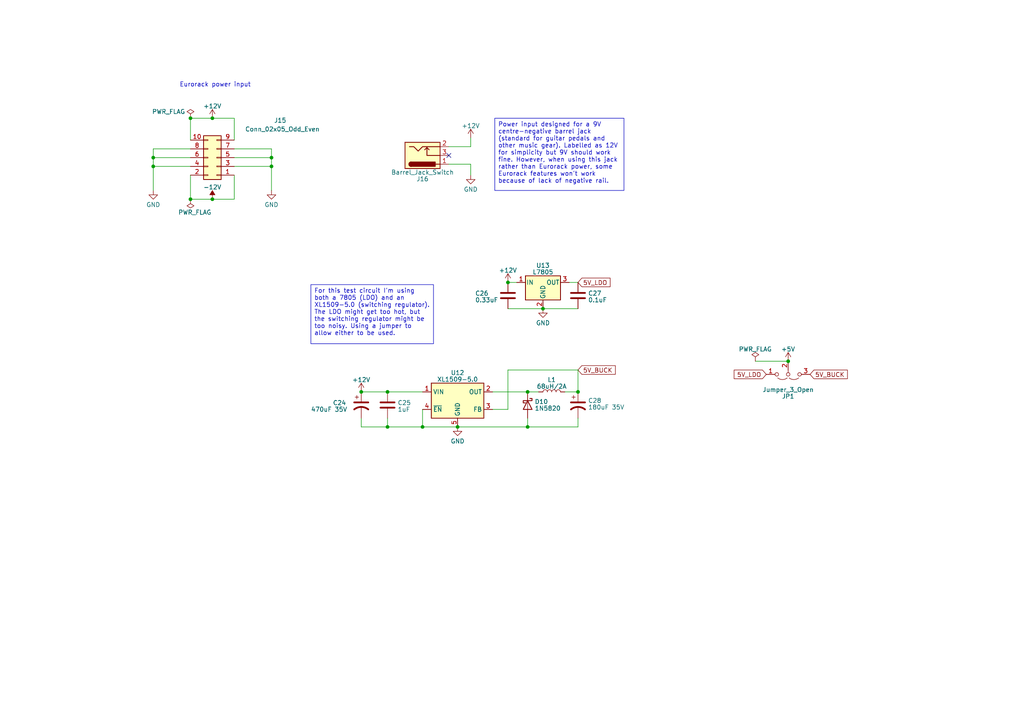
<source format=kicad_sch>
(kicad_sch (version 20230121) (generator eeschema)
  (paper "A4")
  (lib_symbols
    (symbol "Connector:Barrel_Jack_Switch" (pin_names hide)
      (property "Reference" "J" (at 0 5.334 0))
      (property "Value" "Barrel_Jack_Switch" (at 0 -5.08 0))
      (symbol "Barrel_Jack_Switch_0_1"
        (rectangle (start -5.08 3.81) (end 5.08 -3.81) (stroke (width 0.254)) (fill (type background)))
        (arc (start -3.302 3.175) (mid -3.9343 2.54) (end -3.302 1.905) (stroke (width 0.254)))
        (arc (start -3.302 3.175) (mid -3.9343 2.54) (end -3.302 1.905) (stroke (width 0.254)) (fill (type outline)))
        (polyline (pts (xy 1.27 -2.286) (xy 1.905 -1.651)) (stroke (width 0.254)))
        (polyline (pts (xy 5.08 2.54) (xy 3.81 2.54)) (stroke (width 0.254)))
        (polyline (pts (xy 5.08 0) (xy 1.27 0) (xy 1.27 -2.286) (xy 0.635 -1.651)) (stroke (width 0.254)))
        (polyline (pts (xy -3.81 -2.54) (xy -2.54 -2.54) (xy -1.27 -1.27) (xy 0 -2.54) (xy 2.54 -2.54) (xy 5.08 -2.54)) (stroke (width 0.254)))
        (rectangle (start 3.683 3.175) (end -3.302 1.905) (stroke (width 0.254)) (fill (type outline)))
      )
      (symbol "Barrel_Jack_Switch_1_1"
        (pin passive line (at 7.62 2.54 180) (length 2.54) (name "~") (number "1"))
        (pin passive line (at 7.62 -2.54 180) (length 2.54) (name "~") (number "2"))
        (pin passive line (at 7.62 0 180) (length 2.54) (name "~") (number "3"))
      )
    )
    (symbol "Connector_Generic:Conn_02x05_Odd_Even" (pin_names (offset 1.016) hide)
      (property "Reference" "J" (at 1.27 7.62 0))
      (property "Value" "Conn_02x05_Odd_Even" (at 1.27 -7.62 0))
      (symbol "Conn_02x05_Odd_Even_1_1"
        (rectangle (start -1.27 -4.953) (end 0 -5.207) (stroke (width 0.1524)))
        (rectangle (start -1.27 -2.413) (end 0 -2.667) (stroke (width 0.1524)))
        (rectangle (start -1.27 0.127) (end 0 -0.127) (stroke (width 0.1524)))
        (rectangle (start -1.27 2.667) (end 0 2.413) (stroke (width 0.1524)))
        (rectangle (start -1.27 5.207) (end 0 4.953) (stroke (width 0.1524)))
        (rectangle (start -1.27 6.35) (end 3.81 -6.35) (stroke (width 0.254)) (fill (type background)))
        (rectangle (start 3.81 -4.953) (end 2.54 -5.207) (stroke (width 0.1524)))
        (rectangle (start 3.81 -2.413) (end 2.54 -2.667) (stroke (width 0.1524)))
        (rectangle (start 3.81 0.127) (end 2.54 -0.127) (stroke (width 0.1524)))
        (rectangle (start 3.81 2.667) (end 2.54 2.413) (stroke (width 0.1524)))
        (rectangle (start 3.81 5.207) (end 2.54 4.953) (stroke (width 0.1524)))
        (pin passive line (at -5.08 5.08 0) (length 3.81) (name "Pin_1") (number "1"))
        (pin passive line (at 7.62 -5.08 180) (length 3.81) (name "Pin_10") (number "10"))
        (pin passive line (at 7.62 5.08 180) (length 3.81) (name "Pin_2") (number "2"))
        (pin passive line (at -5.08 2.54 0) (length 3.81) (name "Pin_3") (number "3"))
        (pin passive line (at 7.62 2.54 180) (length 3.81) (name "Pin_4") (number "4"))
        (pin passive line (at -5.08 0 0) (length 3.81) (name "Pin_5") (number "5"))
        (pin passive line (at 7.62 0 180) (length 3.81) (name "Pin_6") (number "6"))
        (pin passive line (at -5.08 -2.54 0) (length 3.81) (name "Pin_7") (number "7"))
        (pin passive line (at 7.62 -2.54 180) (length 3.81) (name "Pin_8") (number "8"))
        (pin passive line (at -5.08 -5.08 0) (length 3.81) (name "Pin_9") (number "9"))
      )
    )
    (symbol "Device:C" (pin_numbers hide) (pin_names (offset 0.254))
      (property "Reference" "C" (at 0.635 2.54 0))
      (property "Value" "C" (at 0.635 -2.54 0))
      (symbol "C_0_1"
        (polyline (pts (xy -2.032 -0.762) (xy 2.032 -0.762)) (stroke (width 0.508)))
        (polyline (pts (xy -2.032 0.762) (xy 2.032 0.762)) (stroke (width 0.508)))
      )
      (symbol "C_1_1"
        (pin passive line (at 0 3.81 270) (length 2.794) (name "~") (number "1"))
        (pin passive line (at 0 -3.81 90) (length 2.794) (name "~") (number "2"))
      )
    )
    (symbol "Device:C_Polarized_US" (pin_numbers hide) (pin_names (offset 0.254) hide)
      (property "Reference" "C" (at 0.635 2.54 0))
      (property "Value" "C_Polarized_US" (at 0.635 -2.54 0))
      (symbol "C_Polarized_US_0_1"
        (polyline (pts (xy -2.032 0.762) (xy 2.032 0.762)) (stroke (width 0.508)))
        (polyline (pts (xy -1.778 2.286) (xy -0.762 2.286)))
        (polyline (pts (xy -1.27 1.778) (xy -1.27 2.794)))
        (arc (start 2.032 -1.27) (mid 0 -0.5572) (end -2.032 -1.27) (stroke (width 0.508)))
      )
      (symbol "C_Polarized_US_1_1"
        (pin passive line (at 0 3.81 270) (length 2.794) (name "~") (number "1"))
        (pin passive line (at 0 -3.81 90) (length 3.302) (name "~") (number "2"))
      )
    )
    (symbol "Device:L" (pin_numbers hide) (pin_names (offset 1.016) hide)
      (property "Reference" "L" (at -1.27 0 90))
      (property "Value" "L" (at 1.905 0 90))
      (symbol "L_0_1"
        (arc (start 0 -2.54) (mid 0.6323 -1.905) (end 0 -1.27))
        (arc (start 0 -1.27) (mid 0.6323 -0.635) (end 0 0))
        (arc (start 0 0) (mid 0.6323 0.635) (end 0 1.27))
        (arc (start 0 1.27) (mid 0.6323 1.905) (end 0 2.54))
      )
      (symbol "L_1_1"
        (pin passive line (at 0 3.81 270) (length 1.27) (name "1") (number "1"))
        (pin passive line (at 0 -3.81 90) (length 1.27) (name "2") (number "2"))
      )
    )
    (symbol "Diode:1N5820" (pin_numbers hide) (pin_names (offset 1.016) hide)
      (property "Reference" "D" (at 0 2.54 0))
      (property "Value" "1N5820" (at 0 -2.54 0))
      (symbol "1N5820_0_1"
        (polyline (pts (xy 1.27 0) (xy -1.27 0)))
        (polyline (pts (xy 1.27 1.27) (xy 1.27 -1.27) (xy -1.27 0) (xy 1.27 1.27)) (stroke (width 0.254)))
        (polyline (pts (xy -1.905 0.635) (xy -1.905 1.27) (xy -1.27 1.27) (xy -1.27 -1.27) (xy -0.635 -1.27) (xy -0.635 -0.635)) (stroke (width 0.254)))
      )
      (symbol "1N5820_1_1"
        (pin passive line (at -3.81 0 0) (length 2.54) (name "K") (number "1"))
        (pin passive line (at 3.81 0 180) (length 2.54) (name "A") (number "2"))
      )
    )
    (symbol "Jumper:Jumper_3_Open" (pin_names (offset 0) hide)
      (property "Reference" "JP" (at -2.54 -2.54 0))
      (property "Value" "Jumper_3_Open" (at 0 2.794 0))
      (symbol "Jumper_3_Open_0_0"
        (circle (center -3.302 0) (radius 0.508))
        (circle (center 0 0) (radius 0.508))
        (circle (center 3.302 0) (radius 0.508))
      )
      (symbol "Jumper_3_Open_0_1"
        (arc (start -0.254 1.016) (mid -1.651 1.4992) (end -3.048 1.016))
        (polyline (pts (xy 0 -0.508) (xy 0 -1.27)))
        (arc (start 3.048 1.016) (mid 1.651 1.4992) (end 0.254 1.016))
      )
      (symbol "Jumper_3_Open_1_1"
        (pin passive line (at -6.35 0 0) (length 2.54) (name "A") (number "1"))
        (pin passive line (at 0 -3.81 90) (length 2.54) (name "C") (number "2"))
        (pin passive line (at 6.35 0 180) (length 2.54) (name "B") (number "3"))
      )
    )
    (symbol "Regulator_Linear:L7805" (pin_names (offset 0.254))
      (property "Reference" "U" (at -3.81 3.175 0))
      (property "Value" "L7805" (at 0 3.175 0))
      (symbol "L7805_0_1"
        (rectangle (start -5.08 1.905) (end 5.08 -5.08) (stroke (width 0.254)) (fill (type background)))
      )
      (symbol "L7805_1_1"
        (pin power_in line (at -7.62 0 0) (length 2.54) (name "IN") (number "1"))
        (pin power_in line (at 0 -7.62 90) (length 2.54) (name "GND") (number "2"))
        (pin power_out line (at 7.62 0 180) (length 2.54) (name "OUT") (number "3"))
      )
    )
    (symbol "Regulator_Switching:XL1509-5.0"
      (property "Reference" "U" (at -7.112 6.096 0))
      (property "Value" "XL1509-5.0" (at 5.842 6.096 0))
      (symbol "XL1509-5.0_0_1"
        (rectangle (start -7.62 5.08) (end 7.62 -5.08) (stroke (width 0.254)) (fill (type background)))
      )
      (symbol "XL1509-5.0_1_1"
        (pin power_in line (at -10.16 2.54 0) (length 2.54) (name "VIN") (number "1"))
        (pin power_out line (at 10.16 2.54 180) (length 2.54) (name "OUT") (number "2"))
        (pin input line (at 10.16 -2.54 180) (length 2.54) (name "FB") (number "3"))
        (pin input line (at -10.16 -2.54 0) (length 2.54) (name "~{EN}") (number "4"))
        (pin power_in line (at 0 -7.62 90) (length 2.54) (name "GND") (number "5"))
        (pin passive line (at 0 -7.62 90) (length 2.54) hide (name "GND") (number "6"))
        (pin passive line (at 0 -7.62 90) (length 2.54) hide (name "GND") (number "7"))
        (pin passive line (at 0 -7.62 90) (length 2.54) hide (name "GND") (number "8"))
      )
    )
    (symbol "power:+12V" (power) (pin_names (offset 0))
      (property "Value" "+12V" (at 0 3.556 0))
      (symbol "+12V_0_1"
        (polyline (pts (xy -0.762 1.27) (xy 0 2.54)))
        (polyline (pts (xy 0 0) (xy 0 2.54)))
        (polyline (pts (xy 0 2.54) (xy 0.762 1.27)))
      )
      (symbol "+12V_1_1"
        (pin power_in line (at 0 0 90) (length 0) hide (name "+12V") (number "1"))
      )
    )
    (symbol "power:+5V" (power) (pin_names (offset 0))
      (property "Value" "+5V" (at 0 3.556 0))
      (symbol "+5V_0_1"
        (polyline (pts (xy -0.762 1.27) (xy 0 2.54)))
        (polyline (pts (xy 0 0) (xy 0 2.54)))
        (polyline (pts (xy 0 2.54) (xy 0.762 1.27)))
      )
      (symbol "+5V_1_1"
        (pin power_in line (at 0 0 90) (length 0) hide (name "+5V") (number "1"))
      )
    )
    (symbol "power:-12V" (power) (pin_names (offset 0))
      (property "Value" "-12V" (at 0 3.81 0))
      (symbol "-12V_0_0"
        (pin power_in line (at 0 0 90) (length 0) hide (name "-12V") (number "1"))
      )
      (symbol "-12V_0_1"
        (polyline (pts (xy 0 0) (xy 0 1.27) (xy 0.762 1.27) (xy 0 2.54) (xy -0.762 1.27) (xy 0 1.27)) (fill (type outline)))
      )
    )
    (symbol "power:GND" (power) (pin_names (offset 0))
      (property "Value" "GND" (at 0 -3.81 0))
      (symbol "GND_0_1"
        (polyline (pts (xy 0 0) (xy 0 -1.27) (xy 1.27 -1.27) (xy 0 -2.54) (xy -1.27 -1.27) (xy 0 -1.27)))
      )
      (symbol "GND_1_1"
        (pin power_in line (at 0 0 270) (length 0) hide (name "GND") (number "1"))
      )
    )
    (symbol "power:PWR_FLAG" (power) (pin_numbers hide) (pin_names (offset 0) hide)
      (property "Value" "PWR_FLAG" (at 0 3.81 0))
      (symbol "PWR_FLAG_0_0"
        (pin power_out line (at 0 0 90) (length 0) (name "pwr") (number "1"))
      )
      (symbol "PWR_FLAG_0_1"
        (polyline (pts (xy 0 0) (xy 0 1.27) (xy -1.016 1.905) (xy 0 2.54) (xy 1.016 1.905) (xy 0 1.27)))
      )
    )
  )
  (junction (at 153.035 113.665))
  (junction (at 228.6 104.775))
  (junction (at 44.45 45.72))
  (junction (at 122.555 123.825))
  (junction (at 55.245 57.785))
  (junction (at 78.74 45.72))
  (junction (at 153.035 123.825))
  (junction (at 61.595 57.785))
  (junction (at 104.775 113.665))
  (junction (at 147.32 81.915))
  (junction (at 78.74 48.26))
  (junction (at 157.48 89.535))
  (junction (at 61.595 34.29))
  (junction (at 112.395 113.665))
  (junction (at 132.715 123.825))
  (junction (at 44.45 48.26))
  (junction (at 112.395 123.825))
  (junction (at 167.64 113.665))
  (junction (at 55.245 34.29))
  (no_connect (at 130.175 45.085))
  (wire (pts (xy 165.1 81.915) (xy 167.64 81.915)))
  (wire (pts (xy 112.395 113.665) (xy 122.555 113.665)))
  (wire (pts (xy 112.395 123.825) (xy 122.555 123.825)))
  (wire (pts (xy 147.32 107.315) (xy 147.32 118.745)))
  (wire (pts (xy 157.48 89.535) (xy 167.64 89.535)))
  (wire (pts (xy 55.245 50.8) (xy 55.245 57.785)))
  (wire (pts (xy 67.945 57.785) (xy 67.945 50.8)))
  (wire (pts (xy 153.035 113.665) (xy 156.21 113.665)))
  (wire (pts (xy 67.945 45.72) (xy 78.74 45.72)))
  (wire (pts (xy 44.45 43.18) (xy 44.45 45.72)))
  (wire (pts (xy 44.45 48.26) (xy 44.45 55.245)))
  (wire (pts (xy 167.64 113.665) (xy 167.64 107.315)))
  (wire (pts (xy 112.395 121.285) (xy 112.395 123.825)))
  (wire (pts (xy 61.595 57.785) (xy 67.945 57.785)))
  (wire (pts (xy 61.595 34.29) (xy 67.945 34.29)))
  (wire (pts (xy 167.64 107.315) (xy 147.32 107.315)))
  (wire (pts (xy 55.245 43.18) (xy 44.45 43.18)))
  (wire (pts (xy 78.74 45.72) (xy 78.74 48.26)))
  (wire (pts (xy 130.175 42.545) (xy 136.525 42.545)))
  (wire (pts (xy 104.775 121.285) (xy 104.775 123.825)))
  (wire (pts (xy 219.075 104.775) (xy 228.6 104.775)))
  (wire (pts (xy 55.245 40.64) (xy 55.245 34.29)))
  (wire (pts (xy 136.525 47.625) (xy 136.525 50.8)))
  (wire (pts (xy 163.83 113.665) (xy 167.64 113.665)))
  (wire (pts (xy 136.525 42.545) (xy 136.525 40.005)))
  (wire (pts (xy 78.74 48.26) (xy 78.74 55.245)))
  (wire (pts (xy 122.555 123.825) (xy 132.715 123.825)))
  (wire (pts (xy 147.32 81.915) (xy 149.86 81.915)))
  (wire (pts (xy 78.74 43.18) (xy 78.74 45.72)))
  (wire (pts (xy 104.775 113.665) (xy 112.395 113.665)))
  (wire (pts (xy 122.555 118.745) (xy 122.555 123.825)))
  (wire (pts (xy 44.45 45.72) (xy 44.45 48.26)))
  (wire (pts (xy 153.035 123.825) (xy 167.64 123.825)))
  (wire (pts (xy 130.175 47.625) (xy 136.525 47.625)))
  (wire (pts (xy 67.945 48.26) (xy 78.74 48.26)))
  (wire (pts (xy 55.245 45.72) (xy 44.45 45.72)))
  (wire (pts (xy 147.32 89.535) (xy 157.48 89.535)))
  (wire (pts (xy 55.245 57.785) (xy 61.595 57.785)))
  (wire (pts (xy 153.035 123.825) (xy 153.035 121.285)))
  (wire (pts (xy 147.32 118.745) (xy 142.875 118.745)))
  (wire (pts (xy 67.945 43.18) (xy 78.74 43.18)))
  (wire (pts (xy 55.245 48.26) (xy 44.45 48.26)))
  (wire (pts (xy 104.775 123.825) (xy 112.395 123.825)))
  (wire (pts (xy 132.715 123.825) (xy 153.035 123.825)))
  (wire (pts (xy 167.64 123.825) (xy 167.64 121.285)))
  (wire (pts (xy 67.945 34.29) (xy 67.945 40.64)))
  (wire (pts (xy 142.875 113.665) (xy 153.035 113.665)))
  (wire (pts (xy 55.245 34.29) (xy 61.595 34.29)))
  (text_box "For this test circuit I'm using both a 7805 (LDO) and an XL1509-5.0 (switching regulator). The LDO might get too hot, but the switching regulator might be too noisy. Using a jumper to allow either to be used." (at 90.17 82.55 0) (size 35.56 17.145) (effects (font (size 1.27 1.27)) (justify left top)))
  (text_box "Power input designed for a 9V centre-negative barrel jack (standard for guitar pedals and other music gear). Labelled as 12V for simplicity but 9V should work fine. However, when using this jack rather than Eurorack power, some Eurorack features won't work because of lack of negative rail." (at 143.51 34.29 0) (size 37.465 20.955) (effects (font (size 1.27 1.27)) (justify left top)))
  (text "Eurorack power input" (at 52.07 25.4 0) (effects (font (size 1.27 1.27)) (justify left bottom)))
  (global_label "5V_LDO" (shape input) (at 222.25 108.585 180) (property "Intersheetrefs" "${INTERSHEET_REFS}" (effects hide)))
  (global_label "5V_BUCK" (shape input) (at 167.64 107.315 0) (property "Intersheetrefs" "${INTERSHEET_REFS}" (effects hide)))
  (global_label "5V_LDO" (shape input) (at 167.64 81.915 0) (property "Intersheetrefs" "${INTERSHEET_REFS}" (effects hide)))
  (global_label "5V_BUCK" (shape input) (at 234.95 108.585 0) (property "Intersheetrefs" "${INTERSHEET_REFS}" (effects hide)))
  (symbol (lib_id "power:PWR_FLAG") (at 219.075 104.775 0) (unit 1)
    (property "Reference" "#FLG05" (effects hide))
    (property "Value" "PWR_FLAG" (at 219.075 101.2731 0))
  )
  (symbol (lib_id "Device:C_Polarized_US") (at 104.775 117.475 0) (unit 1)
    (property "Reference" "C24" (at 96.52 116.84 0) (effects (justify left)))
    (property "Value" "470uF 35V" (at 90.17 118.745 0) (effects (justify left)))
  )
  (symbol (lib_id "power:+12V") (at 147.32 81.915 0) (unit 1)
    (property "Reference" "#PWR061" (effects hide))
    (property "Value" "+12V" (at 147.32 78.4131 0))
  )
  (symbol (lib_id "Device:C") (at 112.395 117.475 0) (unit 1)
    (property "Reference" "C25" (at 115.316 116.8313 0) (effects (justify left)))
    (property "Value" "1uF" (at 115.316 118.7523 0) (effects (justify left)))
  )
  (symbol (lib_id "Device:C") (at 167.64 85.725 0) (unit 1)
    (property "Reference" "C27" (at 170.561 85.0813 0) (effects (justify left)))
    (property "Value" "0.1uF" (at 170.561 87.0023 0) (effects (justify left)))
  )
  (symbol (lib_id "power:GND") (at 44.45 55.245 0) (mirror y) (unit 1)
    (property "Reference" "#PWR055" (effects hide))
    (property "Value" "GND" (at 44.45 59.3805 0))
  )
  (symbol (lib_id "power:+5V") (at 228.6 104.775 0) (unit 1)
    (property "Reference" "#PWR063" (effects hide))
    (property "Value" "+5V" (at 228.6 101.2731 0))
  )
  (symbol (lib_id "Connector_Generic:Conn_02x05_Odd_Even") (at 62.865 45.72 180) (unit 1)
    (property "Reference" "J15" (at 81.28 34.925 0))
    (property "Value" "Conn_02x05_Odd_Even" (at 81.915 37.465 0))
  )
  (symbol (lib_id "power:GND") (at 78.74 55.245 0) (unit 1)
    (property "Reference" "#PWR058" (effects hide))
    (property "Value" "GND" (at 78.74 59.3805 0))
  )
  (symbol (lib_id "Device:L") (at 160.02 113.665 90) (unit 1)
    (property "Reference" "L1" (at 160.02 110.1497 90))
    (property "Value" "68uH/2A" (at 160.02 112.0707 90))
  )
  (symbol (lib_id "Connector:Barrel_Jack_Switch") (at 122.555 45.085 0) (mirror x) (unit 1)
    (property "Reference" "J16" (at 122.555 51.9049 0))
    (property "Value" "Barrel_Jack_Switch" (at 122.555 49.9839 0))
  )
  (symbol (lib_id "power:PWR_FLAG") (at 55.245 57.785 0) (mirror x) (unit 1)
    (property "Reference" "#FLG04" (effects hide))
    (property "Value" "PWR_FLAG" (at 56.515 61.595 0))
  )
  (symbol (lib_id "power:PWR_FLAG") (at 55.245 34.29 0) (unit 1)
    (property "Reference" "#FLG03" (effects hide))
    (property "Value" "PWR_FLAG" (at 48.895 32.385 0))
  )
  (symbol (lib_id "power:+12V") (at 104.775 113.665 0) (unit 1)
    (property "Reference" "#PWR059" (effects hide))
    (property "Value" "+12V" (at 104.775 110.1631 0))
  )
  (symbol (lib_id "power:+12V") (at 61.595 34.29 0) (unit 1)
    (property "Reference" "#PWR056" (effects hide))
    (property "Value" "+12V" (at 61.595 30.7881 0))
  )
  (symbol (lib_id "Jumper:Jumper_3_Open") (at 228.6 108.585 0) (mirror x) (unit 1)
    (property "Reference" "JP1" (at 228.6 114.951 0))
    (property "Value" "Jumper_3_Open" (at 228.6 113.03 0))
  )
  (symbol (lib_id "Device:C") (at 147.32 85.725 0) (unit 1)
    (property "Reference" "C26" (at 137.795 85.09 0) (effects (justify left)))
    (property "Value" "0.33uF" (at 137.795 87.011 0) (effects (justify left)))
  )
  (symbol (lib_id "Regulator_Linear:L7805") (at 157.48 81.915 0) (unit 1)
    (property "Reference" "U13" (at 157.48 77.0001 0))
    (property "Value" "L7805" (at 157.48 78.9211 0))
    (property "Datasheet" "http://www.st.com/content/ccc/resource/technical/document/datasheet/41/4f/b3/b0/12/d4/47/88/CD00000444.pdf/files/CD00000444.pdf/jcr:content/translations/en.CD00000444.pdf" (effects hide))
  )
  (symbol (lib_id "power:+12V") (at 136.525 40.005 0) (unit 1)
    (property "Reference" "#PWR065" (effects hide))
    (property "Value" "+12V" (at 136.525 36.5031 0))
  )
  (symbol (lib_id "Device:C_Polarized_US") (at 167.64 117.475 0) (unit 1)
    (property "Reference" "C28" (at 170.561 116.1963 0) (effects (justify left)))
    (property "Value" "180uF 35V" (at 170.561 118.1173 0) (effects (justify left)))
  )
  (symbol (lib_id "power:GND") (at 132.715 123.825 0) (unit 1)
    (property "Reference" "#PWR060" (effects hide))
    (property "Value" "GND" (at 132.715 127.9605 0))
  )
  (symbol (lib_id "Regulator_Switching:XL1509-5.0") (at 132.715 116.205 0) (unit 1)
    (property "Reference" "U12" (at 132.715 108.1151 0))
    (property "Value" "XL1509-5.0" (at 132.715 110.0361 0))
    (property "Footprint" "Package_SO:SOIC-8_3.9x4.9mm_P1.27mm" (effects hide))
    (property "Datasheet" "https://datasheet.lcsc.com/lcsc/1809050422_XLSEMI-XL1509-5-0E1_C61063.pdf" (effects hide))
  )
  (symbol (lib_id "Diode:1N5820") (at 153.035 117.475 270) (unit 1)
    (property "Reference" "D10" (at 155.067 116.5138 90) (effects (justify left)))
    (property "Value" "1N5820" (at 155.067 118.4348 90) (effects (justify left)))
    (property "Footprint" "Diode_THT:D_DO-201AD_P15.24mm_Horizontal" (effects hide))
    (property "Datasheet" "http://www.vishay.com/docs/88526/1n5820.pdf" (effects hide))
  )
  (symbol (lib_id "power:-12V") (at 61.595 57.785 0) (unit 1)
    (property "Reference" "#PWR057" (effects hide))
    (property "Value" "-12V" (at 61.595 54.2831 0))
  )
  (symbol (lib_id "power:GND") (at 136.525 50.8 0) (unit 1)
    (property "Reference" "#PWR064" (effects hide))
    (property "Value" "GND" (at 136.525 54.9355 0))
  )
  (symbol (lib_id "power:GND") (at 157.48 89.535 0) (unit 1)
    (property "Reference" "#PWR062" (effects hide))
    (property "Value" "GND" (at 157.48 93.6705 0))
  )
)
</source>
